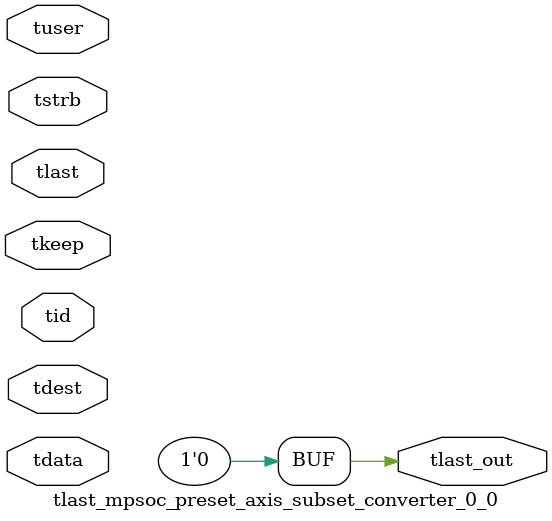
<source format=v>


`timescale 1ps/1ps

module tlast_mpsoc_preset_axis_subset_converter_0_0 #
(
parameter C_S_AXIS_TID_WIDTH   = 1,
parameter C_S_AXIS_TUSER_WIDTH = 0,
parameter C_S_AXIS_TDATA_WIDTH = 0,
parameter C_S_AXIS_TDEST_WIDTH = 0
)
(
input  [(C_S_AXIS_TID_WIDTH   == 0 ? 1 : C_S_AXIS_TID_WIDTH)-1:0       ] tid,
input  [(C_S_AXIS_TDATA_WIDTH == 0 ? 1 : C_S_AXIS_TDATA_WIDTH)-1:0     ] tdata,
input  [(C_S_AXIS_TUSER_WIDTH == 0 ? 1 : C_S_AXIS_TUSER_WIDTH)-1:0     ] tuser,
input  [(C_S_AXIS_TDEST_WIDTH == 0 ? 1 : C_S_AXIS_TDEST_WIDTH)-1:0     ] tdest,
input  [(C_S_AXIS_TDATA_WIDTH/8)-1:0 ] tkeep,
input  [(C_S_AXIS_TDATA_WIDTH/8)-1:0 ] tstrb,
input  [0:0]                                                             tlast,
output                                                                   tlast_out
);

assign tlast_out = {1'b0};

endmodule


</source>
